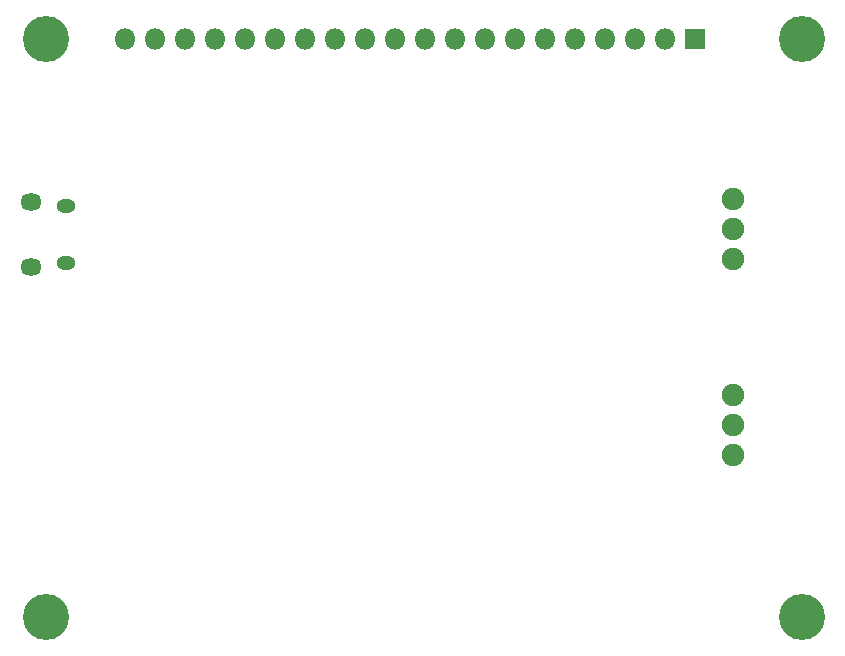
<source format=gbr>
%TF.GenerationSoftware,KiCad,Pcbnew,5.1.6-c6e7f7d~86~ubuntu18.04.1*%
%TF.CreationDate,2020-06-24T13:55:19-04:00*%
%TF.ProjectId,Toastboard,546f6173-7462-46f6-9172-642e6b696361,rev?*%
%TF.SameCoordinates,Original*%
%TF.FileFunction,Soldermask,Bot*%
%TF.FilePolarity,Negative*%
%FSLAX46Y46*%
G04 Gerber Fmt 4.6, Leading zero omitted, Abs format (unit mm)*
G04 Created by KiCad (PCBNEW 5.1.6-c6e7f7d~86~ubuntu18.04.1) date 2020-06-24 13:55:19*
%MOMM*%
%LPD*%
G01*
G04 APERTURE LIST*
%ADD10R,1.800000X1.800000*%
%ADD11O,1.800000X1.800000*%
%ADD12O,1.800000X1.450000*%
%ADD13O,1.600000X1.200000*%
%ADD14C,3.900000*%
%ADD15C,1.900000*%
G04 APERTURE END LIST*
D10*
%TO.C,J1*%
X118000000Y-49000000D03*
D11*
X115460000Y-49000000D03*
X112920000Y-49000000D03*
X110380000Y-49000000D03*
X107840000Y-49000000D03*
X105300000Y-49000000D03*
X102760000Y-49000000D03*
X100220000Y-49000000D03*
X97680000Y-49000000D03*
X95140000Y-49000000D03*
X92600000Y-49000000D03*
X90060000Y-49000000D03*
X87520000Y-49000000D03*
X84980000Y-49000000D03*
X82440000Y-49000000D03*
X79900000Y-49000000D03*
X77360000Y-49000000D03*
X74820000Y-49000000D03*
X72280000Y-49000000D03*
X69740000Y-49000000D03*
%TD*%
D12*
%TO.C,MICRO*%
X61735000Y-68305000D03*
X61735000Y-62845000D03*
D13*
X64735000Y-67995000D03*
X64735000Y-63155000D03*
%TD*%
D14*
%TO.C,H1*%
X63000000Y-49000000D03*
%TD*%
%TO.C,H2*%
X127000000Y-98000000D03*
%TD*%
%TO.C,H3*%
X127000000Y-49000000D03*
%TD*%
%TO.C,H4*%
X63000000Y-98000000D03*
%TD*%
D15*
%TO.C,RV1*%
X121200000Y-62600000D03*
X121200000Y-65140000D03*
X121200000Y-67680000D03*
%TD*%
%TO.C,RV2*%
X121200000Y-84280000D03*
X121200000Y-81740000D03*
X121200000Y-79200000D03*
%TD*%
M02*

</source>
